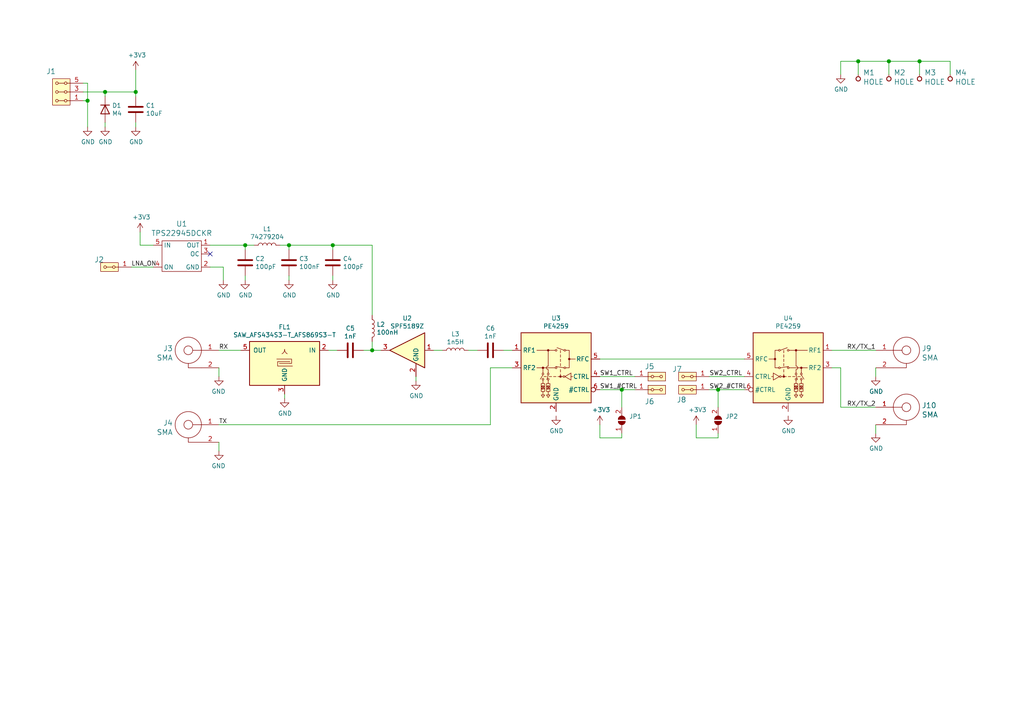
<source format=kicad_sch>
(kicad_sch (version 20200828) (generator eeschema)
  (page 1 1)
  (paper "A4")
  (lib_symbols
    (symbol "Device:C" (pin_numbers hide) (pin_names (offset 0.254))
      (property "Reference" "C" (at 0.635 2.54 0))
      (property "Value" "C" (at 0.635 -2.54 0))
      (symbol "C_0_1"
        (polyline (pts (xy -2.032 -0.762) (xy 2.032 -0.762)) (stroke (width 0.508)))
        (polyline (pts (xy -2.032 0.762) (xy 2.032 0.762)) (stroke (width 0.508)))
      )
      (symbol "C_1_1"
        (pin passive line (at 0 3.81 270) (length 2.794) (name "~") (number "1"))
        (pin passive line (at 0 -3.81 90) (length 2.794) (name "~") (number "2"))
      )
    )
    (symbol "Device:D" (pin_numbers hide) (pin_names (offset 1.016) hide)
      (property "Reference" "D" (at 0 2.54 0))
      (property "Value" "D" (at 0 -2.54 0))
      (symbol "D_0_1"
        (polyline (pts (xy -1.27 1.27) (xy -1.27 -1.27)) (stroke (width 0.254)))
        (polyline (pts (xy 1.27 0) (xy -1.27 0)))
        (polyline (pts (xy 1.27 1.27) (xy 1.27 -1.27) (xy -1.27 0) (xy 1.27 1.27)) (stroke (width 0.254)))
      )
      (symbol "D_1_1"
        (pin passive line (at -3.81 0 0) (length 2.54) (name "K") (number "1"))
        (pin passive line (at 3.81 0 180) (length 2.54) (name "A") (number "2"))
      )
    )
    (symbol "Device:L" (pin_numbers hide) (pin_names (offset 1.016) hide)
      (property "Reference" "L" (at -1.27 0 90))
      (property "Value" "L" (at 1.905 0 90))
      (symbol "L_0_1"
        (arc (start 0 -2.54) (end 0 -1.27) (radius (at 0 -1.905) (length 0.635) (angles -89.9 89.9)))
        (arc (start 0 -1.27) (end 0 0) (radius (at 0 -0.635) (length 0.635) (angles -89.9 89.9)))
        (arc (start 0 0) (end 0 1.27) (radius (at 0 0.635) (length 0.635) (angles -89.9 89.9)))
        (arc (start 0 1.27) (end 0 2.54) (radius (at 0 1.905) (length 0.635) (angles -89.9 89.9)))
      )
      (symbol "L_1_1"
        (pin passive line (at 0 3.81 270) (length 1.27) (name "1") (number "1"))
        (pin passive line (at 0 -3.81 90) (length 1.27) (name "2") (number "2"))
      )
    )
    (symbol "Jumper:SolderJumper_2_Open" (pin_names (offset 0) hide)
      (property "Reference" "JP" (at 0 2.032 0))
      (property "Value" "SolderJumper_2_Open" (at 0 -2.54 0))
      (symbol "SolderJumper_2_Open_0_1"
        (arc (start -0.254 1.016) (end -0.254 -1.016) (radius (at -0.254 0) (length 1.016) (angles 90.1 -90.1)))
        (arc (start -0.254 1.016) (end -0.254 -1.016) (radius (at -0.254 0) (length 1.016) (angles 90.1 -90.1)) (fill (type outline)))
        (arc (start 0.254 -1.016) (end 0.254 1.016) (radius (at 0.254 0) (length 1.016) (angles -89.9 89.9)))
        (arc (start 0.254 -1.016) (end 0.254 1.016) (radius (at 0.254 0) (length 1.016) (angles -89.9 89.9)) (fill (type outline)))
        (polyline (pts (xy -0.254 1.016) (xy -0.254 -1.016)))
        (polyline (pts (xy 0.254 1.016) (xy 0.254 -1.016)))
      )
      (symbol "SolderJumper_2_Open_1_1"
        (pin passive line (at -3.81 0 0) (length 2.54) (name "A") (number "1"))
        (pin passive line (at 3.81 0 180) (length 2.54) (name "B") (number "2"))
      )
    )
    (symbol "MLAB_CONNECTORS:SMA" (pin_names (offset 1.016))
      (property "Reference" "J" (at 0 5.08 0))
      (property "Value" "SMA" (at 3.81 -5.08 0))
      (symbol "SMA_0_1"
        (circle (center 0 0) (radius 1.27))
        (circle (center 0 0) (radius 3.81))
        (polyline (pts (xy -1.27 0) (xy -3.81 0)))
        (polyline (pts (xy 0 -3.81) (xy 0 -5.08) (xy -3.81 -5.08)))
      )
      (symbol "SMA_1_1"
        (pin unspecified line (at -8.89 0 0) (length 5.08) (name "~") (number "1"))
        (pin unspecified line (at -8.89 -5.08 0) (length 5.08) (name "~") (number "2"))
      )
    )
    (symbol "MLAB_HEADER:HEADER_2x01_PARALLEL" (pin_names (offset 1.016))
      (property "Reference" "J" (at 0 -2.54 0))
      (property "Value" "HEADER_2x01_PARALLEL" (at 0 2.54 0))
      (symbol "HEADER_2x01_PARALLEL_0_1"
        (circle (center -1.27 0) (radius 0.381))
        (circle (center 1.27 0) (radius 0.381))
        (rectangle (start -2.54 1.27) (end 2.54 -1.27) (fill (type background)))
        (polyline (pts (xy -1.651 0) (xy -2.54 0)))
        (polyline (pts (xy -0.889 0) (xy 0.889 0)))
      )
      (symbol "HEADER_2x01_PARALLEL_1_1"
        (pin input line (at -6.35 0 0) (length 3.81) (name "~") (number "1"))
        (pin input line (at -6.35 0 0) (length 3.81) hide (name "~") (number "2"))
      )
    )
    (symbol "MLAB_HEADER:HEADER_2x03_PARALLEL" (pin_names (offset 1.016))
      (property "Reference" "J" (at 0 -5.08 0))
      (property "Value" "HEADER_2x03_PARALLEL" (at 0 5.08 0))
      (symbol "HEADER_2x03_PARALLEL_0_1"
        (circle (center -1.27 2.54) (radius 0.381))
        (circle (center 1.27 2.54) (radius 0.381))
        (circle (center -1.27 0) (radius 0.381))
        (circle (center 1.27 0) (radius 0.381))
        (circle (center -1.27 -2.54) (radius 0.381))
        (circle (center 1.27 -2.54) (radius 0.381))
        (rectangle (start -2.54 3.81) (end 2.54 -3.81) (fill (type background)))
        (polyline (pts (xy -1.651 2.54) (xy -2.54 2.54)))
        (polyline (pts (xy -0.889 2.54) (xy 0.889 2.54)))
        (polyline (pts (xy -1.651 0) (xy -2.54 0)))
        (polyline (pts (xy -0.889 0) (xy 0.889 0)))
        (polyline (pts (xy -1.651 -2.54) (xy -2.54 -2.54)))
        (polyline (pts (xy -0.889 -2.54) (xy 0.889 -2.54)))
      )
      (symbol "HEADER_2x03_PARALLEL_1_1"
        (pin input line (at -6.35 2.54 0) (length 3.81) (name "~") (number "1"))
        (pin input line (at -6.35 2.54 0) (length 3.81) hide (name "~") (number "2"))
        (pin input line (at -6.35 0 0) (length 3.81) (name "~") (number "3"))
        (pin input line (at -6.35 0 0) (length 3.81) hide (name "~") (number "4"))
        (pin input line (at -6.35 -2.54 0) (length 3.81) (name "~") (number "5"))
        (pin input line (at -6.35 -2.54 0) (length 3.81) hide (name "~") (number "6"))
      )
    )
    (symbol "MLAB_IO:PE4259"
      (property "Reference" "U" (at -10.16 11.43 0))
      (property "Value" "PE4259" (at 1.27 11.43 0))
      (symbol "PE4259_0_0"
        (arc (start 2.286 -0.508) (end 2.286 0.508) (radius (at 2.286 0) (length 0.508) (angles -89.9 89.9)))
        (circle (center -3.81 2.54) (radius 0.254) (fill (type outline)))
        (circle (center -2.286 -2.54) (radius 0.254))
        (circle (center -1.27 -2.54) (radius 0.254) (fill (type outline)))
        (text "50" (at 2.286 -5.715 900) (effects (font (size 0.635 0.635))))
        (text "50" (at 3.81 -5.715 900) (effects (font (size 0.635 0.635))))
        (rectangle (start -10.16 10.16) (end 10.16 -10.16) (stroke (width 0.254)) (fill (type background)))
        (polyline (pts (xy -4.318 -2.54) (xy -4.826 -2.54)))
        (polyline (pts (xy -3.81 2.54) (xy -5.588 2.54)))
        (polyline (pts (xy -1.27 -2.54) (xy -1.27 -1.778)))
        (polyline (pts (xy -1.27 -1.27) (xy -1.27 -0.508)))
        (polyline (pts (xy -1.27 1.27) (xy -1.27 0.508)))
        (polyline (pts (xy -1.27 2.54) (xy -1.27 1.778)))
        (polyline (pts (xy -1.27 3.81) (xy -1.27 3.048)))
        (polyline (pts (xy -1.27 5.08) (xy -1.27 4.318)))
        (polyline (pts (xy -0.508 -2.54) (xy -2.032 -2.54)))
        (polyline (pts (xy 0 -2.54) (xy 0.762 -2.54)))
        (polyline (pts (xy 0.254 0) (xy 5.588 0)))
        (polyline (pts (xy 0.254 5.08) (xy 5.588 5.08)))
        (polyline (pts (xy 2.032 -2.54) (xy 1.27 -2.54)))
        (polyline (pts (xy 2.286 0.508) (xy 2.286 5.08)))
        (polyline (pts (xy 3.556 -2.54) (xy 2.794 -2.54)))
        (polyline (pts (xy -4.318 -1.524) (xy -4.318 -3.556) (xy -2.54 -2.54) (xy -4.318 -1.524)))
        (polyline (pts (xy -2.794 0) (xy -3.81 0) (xy -3.81 5.08) (xy -2.794 5.08)))
      )
      (symbol "PE4259_0_1"
        (circle (center -2.54 0) (radius 0.254))
        (circle (center -2.54 5.08) (radius 0.254))
        (circle (center 0 0) (radius 0.254))
        (circle (center 0 5.08) (radius 0.254))
        (circle (center 2.286 -3.302) (radius 0.254))
        (circle (center 2.286 -1.778) (radius 0.254))
        (circle (center 2.286 5.08) (radius 0.254) (fill (type outline)))
        (circle (center 3.81 -3.302) (radius 0.254))
        (circle (center 3.81 -1.778) (radius 0.254))
        (circle (center 3.81 0) (radius 0.254) (fill (type outline)))
        (rectangle (start 1.778 -4.572) (end 2.794 -6.858))
        (rectangle (start 3.302 -4.572) (end 4.318 -6.858))
        (polyline (pts (xy -2.286 0) (xy 0.127 0.381)))
        (polyline (pts (xy -2.286 5.08) (xy -0.254 5.842)))
        (polyline (pts (xy 2.286 -3.556) (xy 2.286 -4.572)))
        (polyline (pts (xy 2.286 -2.032) (xy 2.667 -3.429)))
        (polyline (pts (xy 2.286 -0.508) (xy 2.286 -1.524)))
        (polyline (pts (xy 3.81 -3.556) (xy 3.81 -4.572)))
        (polyline (pts (xy 3.81 -2.032) (xy 4.572 -3.302)))
        (polyline (pts (xy 3.81 0) (xy 3.81 -1.524)))
        (polyline (pts (xy 2.286 -6.858) (xy 2.286 -7.874) (xy 1.778 -7.874) (xy 2.286 -8.636) (xy 2.794 -7.874) (xy 2.286 -7.874)))
        (polyline (pts (xy 3.81 -6.858) (xy 3.81 -7.874) (xy 3.302 -7.874) (xy 3.81 -8.636) (xy 4.318 -7.874) (xy 3.81 -7.874)))
      )
      (symbol "PE4259_1_1"
        (pin input line (at -12.7 -2.54 0) (length 2.54) (name "CTRL") (number "4"))
        (pin passive line (at -12.7 2.54 0) (length 2.54) (name "RFC") (number "5"))
        (pin passive line (at 12.7 0 180) (length 2.54) (name "RF2") (number "3"))
        (pin passive line (at 0 -12.7 90) (length 2.54) (name "GND") (number "2"))
        (pin passive line (at 12.7 5.08 180) (length 2.54) (name "RF1") (number "1"))
        (pin input inverted (at -12.7 -6.35 0) (length 2.54) (name "#CTRL") (number "6"))
      )
    )
    (symbol "MLAB_IO:PE4259_1"
      (property "Reference" "U" (at -10.16 11.43 0))
      (property "Value" "PE4259" (at 1.27 11.43 0))
      (symbol "PE4259_1_0_0"
        (arc (start 2.286 -0.508) (end 2.286 0.508) (radius (at 2.286 0) (length 0.508) (angles -89.9 89.9)))
        (circle (center -3.81 2.54) (radius 0.254) (fill (type outline)))
        (circle (center -2.286 -2.54) (radius 0.254))
        (circle (center -1.27 -2.54) (radius 0.254) (fill (type outline)))
        (text "50" (at 2.286 -5.715 900) (effects (font (size 0.635 0.635))))
        (text "50" (at 3.81 -5.715 900) (effects (font (size 0.635 0.635))))
        (rectangle (start -10.16 10.16) (end 10.16 -10.16) (stroke (width 0.254)) (fill (type background)))
        (polyline (pts (xy -4.318 -2.54) (xy -4.826 -2.54)))
        (polyline (pts (xy -3.81 2.54) (xy -5.588 2.54)))
        (polyline (pts (xy -1.27 -2.54) (xy -1.27 -1.778)))
        (polyline (pts (xy -1.27 -1.27) (xy -1.27 -0.508)))
        (polyline (pts (xy -1.27 1.27) (xy -1.27 0.508)))
        (polyline (pts (xy -1.27 2.54) (xy -1.27 1.778)))
        (polyline (pts (xy -1.27 3.81) (xy -1.27 3.048)))
        (polyline (pts (xy -1.27 5.08) (xy -1.27 4.318)))
        (polyline (pts (xy -0.508 -2.54) (xy -2.032 -2.54)))
        (polyline (pts (xy 0 -2.54) (xy 0.762 -2.54)))
        (polyline (pts (xy 0.254 0) (xy 5.588 0)))
        (polyline (pts (xy 0.254 5.08) (xy 5.588 5.08)))
        (polyline (pts (xy 2.032 -2.54) (xy 1.27 -2.54)))
        (polyline (pts (xy 2.286 0.508) (xy 2.286 5.08)))
        (polyline (pts (xy 3.556 -2.54) (xy 2.794 -2.54)))
        (polyline (pts (xy -4.318 -1.524) (xy -4.318 -3.556) (xy -2.54 -2.54) (xy -4.318 -1.524)))
        (polyline (pts (xy -2.794 0) (xy -3.81 0) (xy -3.81 5.08) (xy -2.794 5.08)))
      )
      (symbol "PE4259_1_0_1"
        (circle (center -2.54 0) (radius 0.254))
        (circle (center -2.54 5.08) (radius 0.254))
        (circle (center 0 0) (radius 0.254))
        (circle (center 0 5.08) (radius 0.254))
        (circle (center 2.286 -3.302) (radius 0.254))
        (circle (center 2.286 -1.778) (radius 0.254))
        (circle (center 2.286 5.08) (radius 0.254) (fill (type outline)))
        (circle (center 3.81 -3.302) (radius 0.254))
        (circle (center 3.81 -1.778) (radius 0.254))
        (circle (center 3.81 0) (radius 0.254) (fill (type outline)))
        (rectangle (start 1.778 -4.572) (end 2.794 -6.858))
        (rectangle (start 3.302 -4.572) (end 4.318 -6.858))
        (polyline (pts (xy -2.286 0) (xy 0.127 0.381)))
        (polyline (pts (xy -2.286 5.08) (xy -0.254 5.842)))
        (polyline (pts (xy 2.286 -3.556) (xy 2.286 -4.572)))
        (polyline (pts (xy 2.286 -2.032) (xy 2.667 -3.429)))
        (polyline (pts (xy 2.286 -0.508) (xy 2.286 -1.524)))
        (polyline (pts (xy 3.81 -3.556) (xy 3.81 -4.572)))
        (polyline (pts (xy 3.81 -2.032) (xy 4.572 -3.302)))
        (polyline (pts (xy 3.81 0) (xy 3.81 -1.524)))
        (polyline (pts (xy 2.286 -6.858) (xy 2.286 -7.874) (xy 1.778 -7.874) (xy 2.286 -8.636) (xy 2.794 -7.874) (xy 2.286 -7.874)))
        (polyline (pts (xy 3.81 -6.858) (xy 3.81 -7.874) (xy 3.302 -7.874) (xy 3.81 -8.636) (xy 4.318 -7.874) (xy 3.81 -7.874)))
      )
      (symbol "PE4259_1_1_1"
        (pin input line (at -12.7 -2.54 0) (length 2.54) (name "CTRL") (number "4"))
        (pin passive line (at -12.7 2.54 0) (length 2.54) (name "RFC") (number "5"))
        (pin passive line (at 12.7 0 180) (length 2.54) (name "RF2") (number "3"))
        (pin passive line (at 0 -12.7 90) (length 2.54) (name "GND") (number "2"))
        (pin passive line (at 12.7 5.08 180) (length 2.54) (name "RF1") (number "1"))
        (pin input inverted (at -12.7 -6.35 0) (length 2.54) (name "#CTRL") (number "6"))
      )
    )
    (symbol "MLAB_IO:SAW_AFS434S3-T_AFS869S3-T" (pin_names (offset 1.016))
      (property "Reference" "FL" (at 2.54 -6.35 0))
      (property "Value" "SAW_AFS434S3-T_AFS869S3-T" (at 0 6.35 0))
      (symbol "SAW_AFS434S3-T_AFS869S3-T_0_1"
        (arc (start -0.762 1.524) (end 0 2.794) (radius (at -1.4224 2.794) (length 1.4224) (angles -62.5 0)))
        (arc (start 0 2.794) (end 0.762 1.524) (radius (at 1.4224 2.794) (length 1.4224) (angles 180 -117.5)))
        (rectangle (start -10.16 5.08) (end 10.16 -7.62) (stroke (width 0.254)) (fill (type background)))
        (polyline (pts (xy -1.524 -0.762) (xy -1.27 -0.762)))
        (polyline (pts (xy 1.524 -1.27) (xy -1.524 -1.27)))
        (polyline (pts (xy 1.524 -0.762) (xy -1.27 -0.762)))
        (polyline (pts (xy -1.524 -1.27) (xy -2.032 -1.27) (xy -2.032 0) (xy 2.286 0)))
        (polyline (pts (xy 1.524 -0.762) (xy 2.032 -0.762) (xy 2.032 -2.032) (xy -2.286 -2.032)))
      )
      (symbol "SAW_AFS434S3-T_AFS869S3-T_1_1"
        (pin passive line (at -12.7 2.54 0) (length 2.54) (name "IN") (number "2"))
        (pin passive line (at 12.7 2.54 180) (length 2.54) (name "OUT") (number "5"))
        (pin passive line (at 0 -10.16 90) (length 2.54) (name "GND") (number "3"))
        (pin passive line (at 0 -10.16 90) (length 2.54) hide (name "GND") (number "6"))
        (pin passive line (at 0 -10.16 90) (length 2.54) hide (name "GND") (number "4"))
        (pin passive line (at 0 -10.16 90) (length 2.54) hide (name "GND") (number "1"))
      )
    )
    (symbol "MLAB_IO:TPS22945DCKR"
      (property "Reference" "U" (at 1.27 -10.16 0))
      (property "Value" "TPS22945DCKR" (at 1.27 -7.62 0))
      (symbol "TPS22945DCKR_0_1"
        (rectangle (start -5.08 3.81) (end 6.35 -5.08))
      )
      (symbol "TPS22945DCKR_1_1"
        (pin power_in line (at -7.62 2.54 0) (length 2.54) (name "IN") (number "5"))
        (pin input line (at 8.89 -3.81 180) (length 2.54) (name "GND") (number "2"))
        (pin input line (at -7.62 -3.81 0) (length 2.54) (name "ON") (number "4"))
        (pin bidirectional line (at 8.89 0 180) (length 2.54) (name "OC") (number "3"))
        (pin power_out line (at 8.89 2.54 180) (length 2.54) (name "OUT") (number "1"))
      )
    )
    (symbol "MLAB_MECHANICAL:HOLE" (pin_numbers hide) (pin_names (offset 1.016) hide)
      (property "Reference" "M" (at 0 2.54 0))
      (property "Value" "HOLE" (at 0 -2.54 0))
      (symbol "HOLE_0_1"
        (circle (center 0 0) (radius 0.635) (stroke (width 0.254)))
      )
      (symbol "HOLE_1_1"
        (pin input line (at 1.27 0 180) (length 0.635) (name "~") (number "1"))
      )
    )
    (symbol "RF_Amplifier:SPF5189Z"
      (property "Reference" "U" (at -1.27 7.62 0))
      (property "Value" "SPF5189Z" (at 2.54 5.08 0))
      (symbol "SPF5189Z_0_1"
        (polyline (pts (xy 5.08 0) (xy -5.08 5.08) (xy -5.08 -5.08) (xy 5.08 0)) (stroke (width 0.254)) (fill (type background)))
      )
      (symbol "SPF5189Z_1_1"
        (pin input line (at -7.62 0 0) (length 2.54) (name "~") (number "1"))
        (pin power_in line (at -2.54 -7.62 90) (length 3.81) (name "GND") (number "2"))
        (pin output line (at 7.62 0 180) (length 2.54) (name "~") (number "3"))
      )
    )
    (symbol "power:+3V3" (power) (pin_names (offset 0))
      (property "Value" "+3V3" (at 0 3.556 0))
      (symbol "+3V3_0_1"
        (polyline (pts (xy -0.762 1.27) (xy 0 2.54)))
        (polyline (pts (xy 0 0) (xy 0 2.54)))
        (polyline (pts (xy 0 2.54) (xy 0.762 1.27)))
      )
      (symbol "+3V3_1_1"
        (pin power_in line (at 0 0 90) (length 0) hide (name "+3V3") (number "1"))
      )
    )
    (symbol "power:GND" (power) (pin_names (offset 0))
      (property "Value" "GND" (at 0 -3.81 0))
      (symbol "GND_0_1"
        (polyline (pts (xy 0 0) (xy 0 -1.27) (xy 1.27 -1.27) (xy 0 -2.54) (xy -1.27 -1.27) (xy 0 -1.27)))
      )
      (symbol "GND_1_1"
        (pin power_in line (at 0 0 270) (length 0) hide (name "GND") (number "1"))
      )
    )
  )
  (junction (at 25.4 29.21) (diameter 1.016))
  (junction (at 30.48 26.67) (diameter 1.016))
  (junction (at 39.37 26.67) (diameter 1.016))
  (junction (at 71.12 71.12) (diameter 1.016))
  (junction (at 83.82 71.12) (diameter 1.016))
  (junction (at 96.52 71.12) (diameter 1.016))
  (junction (at 107.95 101.6) (diameter 1.016))
  (junction (at 180.34 113.03) (diameter 1.016))
  (junction (at 208.28 113.03) (diameter 1.016))
  (junction (at 248.92 17.78) (diameter 1.016))
  (junction (at 257.81 17.78) (diameter 1.016))
  (junction (at 266.7 17.78) (diameter 1.016))
  (no_connect (at 60.96 73.66))
  (wire (pts (xy 24.13 24.13) (xy 25.4 24.13)))
  (wire (pts (xy 24.13 26.67) (xy 30.48 26.67)))
  (wire (pts (xy 24.13 29.21) (xy 25.4 29.21)))
  (wire (pts (xy 25.4 24.13) (xy 25.4 29.21)))
  (wire (pts (xy 25.4 29.21) (xy 25.4 36.83)))
  (wire (pts (xy 30.48 26.67) (xy 30.48 27.94)))
  (wire (pts (xy 30.48 26.67) (xy 39.37 26.67)))
  (wire (pts (xy 30.48 35.56) (xy 30.48 36.83)))
  (wire (pts (xy 38.1 77.47) (xy 44.45 77.47)))
  (wire (pts (xy 39.37 20.32) (xy 39.37 26.67)))
  (wire (pts (xy 39.37 26.67) (xy 39.37 27.94)))
  (wire (pts (xy 39.37 35.56) (xy 39.37 36.83)))
  (wire (pts (xy 40.64 67.31) (xy 40.64 71.12)))
  (wire (pts (xy 40.64 71.12) (xy 44.45 71.12)))
  (wire (pts (xy 60.96 71.12) (xy 71.12 71.12)))
  (wire (pts (xy 60.96 77.47) (xy 64.77 77.47)))
  (wire (pts (xy 63.5 106.68) (xy 63.5 109.22)))
  (wire (pts (xy 63.5 123.19) (xy 142.24 123.19)))
  (wire (pts (xy 63.5 128.27) (xy 63.5 130.81)))
  (wire (pts (xy 64.77 77.47) (xy 64.77 81.28)))
  (wire (pts (xy 69.85 101.6) (xy 63.5 101.6)))
  (wire (pts (xy 71.12 71.12) (xy 71.12 72.39)))
  (wire (pts (xy 71.12 71.12) (xy 73.66 71.12)))
  (wire (pts (xy 71.12 80.01) (xy 71.12 81.28)))
  (wire (pts (xy 81.28 71.12) (xy 83.82 71.12)))
  (wire (pts (xy 82.55 114.3) (xy 82.55 115.57)))
  (wire (pts (xy 83.82 71.12) (xy 83.82 72.39)))
  (wire (pts (xy 83.82 71.12) (xy 96.52 71.12)))
  (wire (pts (xy 83.82 80.01) (xy 83.82 81.28)))
  (wire (pts (xy 95.25 101.6) (xy 97.79 101.6)))
  (wire (pts (xy 96.52 71.12) (xy 96.52 72.39)))
  (wire (pts (xy 96.52 80.01) (xy 96.52 81.28)))
  (wire (pts (xy 105.41 101.6) (xy 107.95 101.6)))
  (wire (pts (xy 107.95 71.12) (xy 96.52 71.12)))
  (wire (pts (xy 107.95 71.12) (xy 107.95 91.44)))
  (wire (pts (xy 107.95 99.06) (xy 107.95 101.6)))
  (wire (pts (xy 107.95 101.6) (xy 110.49 101.6)))
  (wire (pts (xy 120.65 109.22) (xy 120.65 110.49)))
  (wire (pts (xy 125.73 101.6) (xy 128.27 101.6)))
  (wire (pts (xy 135.89 101.6) (xy 138.43 101.6)))
  (wire (pts (xy 142.24 106.68) (xy 148.59 106.68)))
  (wire (pts (xy 142.24 123.19) (xy 142.24 106.68)))
  (wire (pts (xy 146.05 101.6) (xy 148.59 101.6)))
  (wire (pts (xy 173.99 104.14) (xy 215.9 104.14)))
  (wire (pts (xy 173.99 109.22) (xy 184.15 109.22)))
  (wire (pts (xy 173.99 113.03) (xy 180.34 113.03)))
  (wire (pts (xy 173.99 123.19) (xy 173.99 127)))
  (wire (pts (xy 173.99 127) (xy 180.34 127)))
  (wire (pts (xy 180.34 113.03) (xy 180.34 118.11)))
  (wire (pts (xy 180.34 113.03) (xy 184.15 113.03)))
  (wire (pts (xy 180.34 127) (xy 180.34 125.73)))
  (wire (pts (xy 201.93 123.19) (xy 201.93 127)))
  (wire (pts (xy 201.93 127) (xy 208.28 127)))
  (wire (pts (xy 205.74 109.22) (xy 215.9 109.22)))
  (wire (pts (xy 205.74 113.03) (xy 208.28 113.03)))
  (wire (pts (xy 208.28 113.03) (xy 208.28 118.11)))
  (wire (pts (xy 208.28 113.03) (xy 215.9 113.03)))
  (wire (pts (xy 208.28 127) (xy 208.28 125.73)))
  (wire (pts (xy 241.3 101.6) (xy 254 101.6)))
  (wire (pts (xy 241.3 106.68) (xy 243.84 106.68)))
  (wire (pts (xy 243.84 17.78) (xy 243.84 21.59)))
  (wire (pts (xy 243.84 106.68) (xy 243.84 118.11)))
  (wire (pts (xy 243.84 118.11) (xy 254 118.11)))
  (wire (pts (xy 248.92 17.78) (xy 243.84 17.78)))
  (wire (pts (xy 248.92 17.78) (xy 248.92 21.59)))
  (wire (pts (xy 254 106.68) (xy 254 109.22)))
  (wire (pts (xy 254 123.19) (xy 254 125.73)))
  (wire (pts (xy 257.81 17.78) (xy 248.92 17.78)))
  (wire (pts (xy 257.81 17.78) (xy 257.81 21.59)))
  (wire (pts (xy 266.7 17.78) (xy 257.81 17.78)))
  (wire (pts (xy 266.7 17.78) (xy 266.7 21.59)))
  (wire (pts (xy 275.59 17.78) (xy 266.7 17.78)))
  (wire (pts (xy 275.59 21.59) (xy 275.59 17.78)))
  (label "LNA_ON" (at 38.1 77.47 0))
  (label "RX" (at 63.5 101.6 0))
  (label "TX" (at 63.5 123.19 0))
  (label "SW1_CTRL" (at 173.99 109.22 0))
  (label "SW1_#CTRL" (at 173.99 113.03 0))
  (label "SW2_CTRL" (at 205.74 109.22 0))
  (label "SW2_#CTRL" (at 205.74 113.03 0))
  (label "RX{slash}TX_1" (at 254 101.6 180))
  (label "RX{slash}TX_2" (at 254 118.11 180))
  (symbol (lib_id "MLAB_MECHANICAL:HOLE") (at 248.92 22.86 90) (unit 1)
    (property "Reference" "M1" (at 250.3171 21.0617 90) (effects (font (size 1.524 1.524)) (justify right)))
    (property "Value" "HOLE" (at 250.3171 23.7693 90) (effects (font (size 1.524 1.524)) (justify right)))
    (property "Footprint" "Mlab_Mechanical:MountingHole_3mm" (effects hide))
  )
  (symbol (lib_id "MLAB_MECHANICAL:HOLE") (at 257.81 22.86 90) (unit 1)
    (property "Reference" "M2" (at 259.2071 21.0617 90) (effects (font (size 1.524 1.524)) (justify right)))
    (property "Value" "HOLE" (at 259.2071 23.7693 90) (effects (font (size 1.524 1.524)) (justify right)))
    (property "Footprint" "Mlab_Mechanical:MountingHole_3mm" (effects hide))
  )
  (symbol (lib_id "MLAB_MECHANICAL:HOLE") (at 266.7 22.86 90) (unit 1)
    (property "Reference" "M3" (at 268.0971 21.0617 90) (effects (font (size 1.524 1.524)) (justify right)))
    (property "Value" "HOLE" (at 268.0971 23.7693 90) (effects (font (size 1.524 1.524)) (justify right)))
    (property "Footprint" "Mlab_Mechanical:MountingHole_3mm" (effects hide))
  )
  (symbol (lib_id "MLAB_MECHANICAL:HOLE") (at 275.59 22.86 90) (unit 1)
    (property "Reference" "M4" (at 276.9871 21.0617 90) (effects (font (size 1.524 1.524)) (justify right)))
    (property "Value" "HOLE" (at 276.9871 23.7693 90) (effects (font (size 1.524 1.524)) (justify right)))
    (property "Footprint" "Mlab_Mechanical:MountingHole_3mm" (effects hide))
  )
  (symbol (lib_id "power:+3V3") (at 39.37 20.32 0) (unit 1)
    (property "Reference" "#PWR0113" (effects hide))
    (property "Value" "+3V3" (at 39.7383 15.9956 0))
  )
  (symbol (lib_id "power:+3V3") (at 40.64 67.31 0) (unit 1)
    (property "Reference" "#PWR0112" (effects hide))
    (property "Value" "+3V3" (at 41.0083 62.9856 0))
  )
  (symbol (lib_id "power:+3V3") (at 173.99 123.19 0) (unit 1)
    (property "Reference" "#PWR0116" (effects hide))
    (property "Value" "+3V3" (at 174.3583 118.8656 0))
  )
  (symbol (lib_id "power:+3V3") (at 201.93 123.19 0) (unit 1)
    (property "Reference" "#PWR0107" (effects hide))
    (property "Value" "+3V3" (at 202.2983 118.8656 0))
  )
  (symbol (lib_id "Device:L") (at 77.47 71.12 90) (unit 1)
    (property "Reference" "L1" (at 77.47 66.4018 90))
    (property "Value" "74279204" (at 77.47 68.7 90))
  )
  (symbol (lib_id "Device:L") (at 107.95 95.25 0) (unit 1)
    (property "Reference" "L2" (at 109.2201 94.1006 0) (effects (justify left)))
    (property "Value" "100nH" (at 109.22 96.399 0) (effects (justify left)))
  )
  (symbol (lib_id "Device:L") (at 132.08 101.6 90) (unit 1)
    (property "Reference" "L3" (at 132.08 96.8818 90))
    (property "Value" "1n5H" (at 132.08 99.181 90))
  )
  (symbol (lib_id "power:GND") (at 25.4 36.83 0) (unit 1)
    (property "Reference" "#PWR0110" (effects hide))
    (property "Value" "GND" (at 25.5143 41.1544 0))
  )
  (symbol (lib_id "power:GND") (at 30.48 36.83 0) (unit 1)
    (property "Reference" "#PWR0111" (effects hide))
    (property "Value" "GND" (at 30.5943 41.1544 0))
  )
  (symbol (lib_id "power:GND") (at 39.37 36.83 0) (unit 1)
    (property "Reference" "#PWR0109" (effects hide))
    (property "Value" "GND" (at 39.4843 41.1544 0))
  )
  (symbol (lib_id "power:GND") (at 63.5 109.22 0) (mirror y) (unit 1)
    (property "Reference" "#PWR0103" (effects hide))
    (property "Value" "GND" (at 63.3857 113.5444 0))
  )
  (symbol (lib_id "power:GND") (at 63.5 130.81 0) (mirror y) (unit 1)
    (property "Reference" "#PWR0102" (effects hide))
    (property "Value" "GND" (at 63.3857 135.1344 0))
  )
  (symbol (lib_id "power:GND") (at 64.77 81.28 0) (unit 1)
    (property "Reference" "#PWR0104" (effects hide))
    (property "Value" "GND" (at 64.8843 85.6044 0))
  )
  (symbol (lib_id "power:GND") (at 71.12 81.28 0) (unit 1)
    (property "Reference" "#PWR0105" (effects hide))
    (property "Value" "GND" (at 71.2343 85.6044 0))
  )
  (symbol (lib_id "power:GND") (at 82.55 115.57 0) (unit 1)
    (property "Reference" "#PWR0101" (effects hide))
    (property "Value" "GND" (at 82.6643 119.8944 0))
  )
  (symbol (lib_id "power:GND") (at 83.82 81.28 0) (unit 1)
    (property "Reference" "#PWR0120" (effects hide))
    (property "Value" "GND" (at 83.9343 85.6044 0))
  )
  (symbol (lib_id "power:GND") (at 96.52 81.28 0) (unit 1)
    (property "Reference" "#PWR0119" (effects hide))
    (property "Value" "GND" (at 96.6343 85.6044 0))
  )
  (symbol (lib_id "power:GND") (at 120.65 110.49 0) (unit 1)
    (property "Reference" "#PWR0117" (effects hide))
    (property "Value" "GND" (at 120.7643 114.8144 0))
  )
  (symbol (lib_id "power:GND") (at 161.29 120.65 0) (unit 1)
    (property "Reference" "#PWR0118" (effects hide))
    (property "Value" "GND" (at 161.4043 124.9744 0))
  )
  (symbol (lib_id "power:GND") (at 228.6 120.65 0) (unit 1)
    (property "Reference" "#PWR0108" (effects hide))
    (property "Value" "GND" (at 228.7143 124.9744 0))
  )
  (symbol (lib_id "power:GND") (at 243.84 21.59 0) (unit 1)
    (property "Reference" "#PWR0115" (effects hide))
    (property "Value" "GND" (at 243.9543 25.9144 0))
  )
  (symbol (lib_id "power:GND") (at 254 109.22 0) (unit 1)
    (property "Reference" "#PWR0114" (effects hide))
    (property "Value" "GND" (at 254.1143 113.5444 0))
  )
  (symbol (lib_id "power:GND") (at 254 125.73 0) (unit 1)
    (property "Reference" "#PWR0106" (effects hide))
    (property "Value" "GND" (at 254.1143 130.0544 0))
  )
  (symbol (lib_id "Jumper:SolderJumper_2_Open") (at 180.34 121.92 90) (unit 1)
    (property "Reference" "JP1" (at 182.4737 120.7706 90) (effects (justify right)))
    (property "Value" "SolderJumper_2_Open" (effects hide))
    (property "Footprint" "Jumper:SolderJumper-2_P1.3mm_Open_TrianglePad1.0x1.5mm" (effects hide))
  )
  (symbol (lib_id "Jumper:SolderJumper_2_Open") (at 208.28 121.92 90) (unit 1)
    (property "Reference" "JP2" (at 210.4137 120.7706 90) (effects (justify right)))
    (property "Value" "SolderJumper_2_Open" (effects hide))
    (property "Footprint" "Jumper:SolderJumper-2_P1.3mm_Open_TrianglePad1.0x1.5mm" (effects hide))
  )
  (symbol (lib_id "Device:D") (at 30.48 31.75 270) (unit 1)
    (property "Reference" "D1" (at 32.5121 30.6006 90) (effects (justify left)))
    (property "Value" "M4" (at 32.512 32.899 90) (effects (justify left)))
    (property "Footprint" "Diode_SMD:D_SMA" (effects hide))
  )
  (symbol (lib_id "MLAB_HEADER:HEADER_2x01_PARALLEL") (at 31.75 77.47 180) (unit 1)
    (property "Reference" "J2" (at 28.7655 75.3135 0) (effects (font (size 1.524 1.524))))
    (property "Value" "HEADER_2x01_PARALLEL" (effects hide))
    (property "Footprint" "Mlab_Pin_Headers:Straight_2x01" (effects hide))
  )
  (symbol (lib_id "MLAB_HEADER:HEADER_2x01_PARALLEL") (at 190.5 109.22 0) (unit 1)
    (property "Reference" "J5" (at 188.4045 106.2965 0) (effects (font (size 1.524 1.524))))
    (property "Value" "HEADER_2x01_PARALLEL" (effects hide))
    (property "Footprint" "Mlab_Pin_Headers:Straight_2x01" (effects hide))
  )
  (symbol (lib_id "MLAB_HEADER:HEADER_2x01_PARALLEL") (at 190.5 113.03 0) (unit 1)
    (property "Reference" "J6" (at 188.4045 116.4565 0) (effects (font (size 1.524 1.524))))
    (property "Value" "HEADER_2x01_PARALLEL" (effects hide))
    (property "Footprint" "Mlab_Pin_Headers:Straight_2x01" (effects hide))
  )
  (symbol (lib_id "MLAB_HEADER:HEADER_2x01_PARALLEL") (at 199.39 109.22 180) (unit 1)
    (property "Reference" "J7" (at 196.4055 107.0635 0) (effects (font (size 1.524 1.524))))
    (property "Value" "HEADER_2x01_PARALLEL" (effects hide))
    (property "Footprint" "Mlab_Pin_Headers:Straight_2x01" (effects hide))
  )
  (symbol (lib_id "MLAB_HEADER:HEADER_2x01_PARALLEL") (at 199.39 113.03 180) (unit 1)
    (property "Reference" "J8" (at 197.6755 115.9535 0) (effects (font (size 1.524 1.524))))
    (property "Value" "HEADER_2x01_PARALLEL" (effects hide))
    (property "Footprint" "Mlab_Pin_Headers:Straight_2x01" (effects hide))
  )
  (symbol (lib_id "Device:C") (at 39.37 31.75 0) (unit 1)
    (property "Reference" "C1" (at 42.2911 30.6006 0) (effects (justify left)))
    (property "Value" "10uF" (at 42.291 32.899 0) (effects (justify left)))
    (property "Footprint" "Mlab_R:SMD-0805" (effects hide))
  )
  (symbol (lib_id "Device:C") (at 71.12 76.2 0) (unit 1)
    (property "Reference" "C2" (at 74.0411 75.0506 0) (effects (justify left)))
    (property "Value" "100pF" (at 74.041 77.349 0) (effects (justify left)))
    (property "Footprint" "Mlab_R:SMD-0805" (effects hide))
  )
  (symbol (lib_id "Device:C") (at 83.82 76.2 0) (unit 1)
    (property "Reference" "C3" (at 86.7411 75.0506 0) (effects (justify left)))
    (property "Value" "100nF" (at 86.741 77.349 0) (effects (justify left)))
    (property "Footprint" "Mlab_R:SMD-0805" (effects hide))
  )
  (symbol (lib_id "Device:C") (at 96.52 76.2 0) (unit 1)
    (property "Reference" "C4" (at 99.4411 75.0506 0) (effects (justify left)))
    (property "Value" "100pF" (at 99.441 77.349 0) (effects (justify left)))
    (property "Footprint" "Mlab_R:SMD-0805" (effects hide))
  )
  (symbol (lib_id "Device:C") (at 101.6 101.6 90) (unit 1)
    (property "Reference" "C5" (at 101.6 95.2308 90))
    (property "Value" "1nF" (at 101.6 97.53 90))
    (property "Footprint" "Mlab_R:SMD-0805" (effects hide))
  )
  (symbol (lib_id "Device:C") (at 142.24 101.6 90) (unit 1)
    (property "Reference" "C6" (at 142.24 95.2308 90))
    (property "Value" "1nF" (at 142.24 97.53 90))
    (property "Footprint" "Mlab_R:SMD-0805" (effects hide))
  )
  (symbol (lib_id "MLAB_HEADER:HEADER_2x03_PARALLEL") (at 17.78 26.67 180) (unit 1)
    (property "Reference" "J1" (at 14.7955 20.7035 0) (effects (font (size 1.524 1.524))))
    (property "Value" "HEADER_2x03_PARALLEL" (effects hide))
    (property "Footprint" "Mlab_Pin_Headers:Straight_2x03" (effects hide))
  )
  (symbol (lib_id "MLAB_CONNECTORS:SMA") (at 54.61 101.6 0) (mirror y) (unit 1)
    (property "Reference" "J3" (at 50.1649 101.0717 0) (effects (font (size 1.524 1.524)) (justify left)))
    (property "Value" "SMA" (at 50.1649 103.7793 0) (effects (font (size 1.524 1.524)) (justify left)))
    (property "Footprint" "Connector_Coaxial:SMB_Jack_Vertical" (effects hide))
  )
  (symbol (lib_id "MLAB_CONNECTORS:SMA") (at 54.61 123.19 0) (mirror y) (unit 1)
    (property "Reference" "J4" (at 50.1649 122.6617 0) (effects (font (size 1.524 1.524)) (justify left)))
    (property "Value" "SMA" (at 50.1649 125.3693 0) (effects (font (size 1.524 1.524)) (justify left)))
    (property "Footprint" "Connector_Coaxial:SMB_Jack_Vertical" (effects hide))
  )
  (symbol (lib_id "MLAB_CONNECTORS:SMA") (at 262.89 101.6 0) (unit 1)
    (property "Reference" "J9" (at 267.3351 101.0717 0) (effects (font (size 1.524 1.524)) (justify left)))
    (property "Value" "SMA" (at 267.3351 103.7793 0) (effects (font (size 1.524 1.524)) (justify left)))
    (property "Footprint" "Connector_Coaxial:SMB_Jack_Vertical" (effects hide))
  )
  (symbol (lib_id "MLAB_CONNECTORS:SMA") (at 262.89 118.11 0) (unit 1)
    (property "Reference" "J10" (at 267.3351 117.5817 0) (effects (font (size 1.524 1.524)) (justify left)))
    (property "Value" "SMA" (at 267.3351 120.2893 0) (effects (font (size 1.524 1.524)) (justify left)))
    (property "Footprint" "Connector_Coaxial:SMB_Jack_Vertical" (effects hide))
  )
  (symbol (lib_id "MLAB_IO:TPS22945DCKR") (at 52.07 73.66 0) (unit 1)
    (property "Reference" "U1" (at 52.705 64.9249 0) (effects (font (size 1.524 1.524))))
    (property "Value" "TPS22945DCKR" (at 52.705 67.6325 0) (effects (font (size 1.524 1.524))))
    (property "Footprint" "Package_TO_SOT_SMD:SOT-353_SC-70-5" (effects hide))
  )
  (symbol (lib_id "RF_Amplifier:SPF5189Z") (at 118.11 101.6 0) (mirror y) (unit 1)
    (property "Reference" "U2" (at 118.11 92.3098 0))
    (property "Value" "SPF5189Z" (at 118.11 94.6085 0))
    (property "Footprint" "Package_TO_SOT_SMD:SOT-89-3" (effects hide))
    (property "Datasheet" "www.qorvo.com/products/d/da001910" (effects hide))
  )
  (symbol (lib_id "MLAB_IO:SAW_AFS434S3-T_AFS869S3-T") (at 82.55 104.14 0) (mirror y) (unit 1)
    (property "Reference" "FL1" (at 82.55 94.8498 0))
    (property "Value" "SAW_AFS434S3-T_AFS869S3-T" (at 82.55 97.1485 0))
  )
  (symbol (lib_name "MLAB_IO:PE4259_1") (lib_id "MLAB_IO:PE4259") (at 161.29 106.68 0) (mirror y) (unit 1)
    (property "Reference" "U3" (at 161.29 92.3098 0))
    (property "Value" "PE4259" (at 161.29 94.6085 0))
    (property "Footprint" "Package_TO_SOT_SMD:SOT-363_SC-70-6" (effects hide))
    (property "Datasheet" "https://www.psemi.com/pdf/datasheets/pe4259ds.pdf" (effects hide))
  )
  (symbol (lib_id "MLAB_IO:PE4259") (at 228.6 106.68 0) (unit 1)
    (property "Reference" "U4" (at 228.6 92.3098 0))
    (property "Value" "PE4259" (at 228.6 94.6085 0))
    (property "Footprint" "Package_TO_SOT_SMD:SOT-363_SC-70-6" (effects hide))
    (property "Datasheet" "https://www.psemi.com/pdf/datasheets/pe4259ds.pdf" (effects hide))
  )
)
</source>
